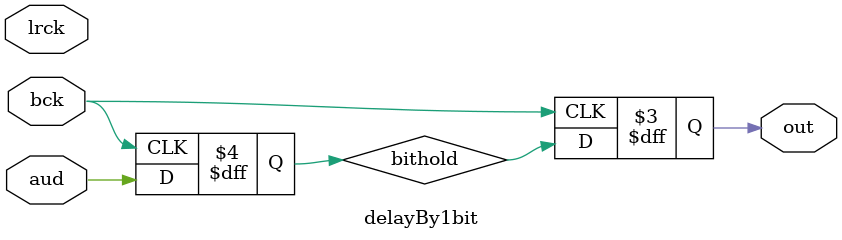
<source format=v>
module delayBy1bit(
	input wire bck,
	input wire lrck,
	input wire aud,
	output reg out
);

reg bithold = 1'b0;

always @(negedge bck) begin
	out = bithold;
	bithold = aud;
end
endmodule
</source>
